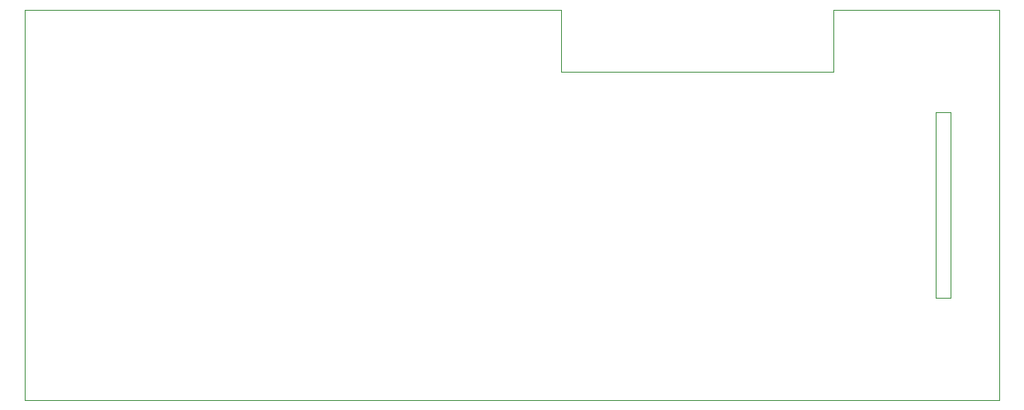
<source format=gbr>
G04 #@! TF.GenerationSoftware,KiCad,Pcbnew,(5.1.5)-3*
G04 #@! TF.CreationDate,2020-02-29T22:05:21+08:00*
G04 #@! TF.ProjectId,smartdisplay,736d6172-7464-4697-9370-6c61792e6b69,rev?*
G04 #@! TF.SameCoordinates,Original*
G04 #@! TF.FileFunction,Profile,NP*
%FSLAX46Y46*%
G04 Gerber Fmt 4.6, Leading zero omitted, Abs format (unit mm)*
G04 Created by KiCad (PCBNEW (5.1.5)-3) date 2020-02-29 22:05:21*
%MOMM*%
%LPD*%
G04 APERTURE LIST*
%ADD10C,0.100000*%
G04 APERTURE END LIST*
D10*
X200000000Y-60000000D02*
X183000000Y-60000000D01*
X155000000Y-60000000D02*
X153000000Y-60000000D01*
X183000000Y-66300000D02*
X183000000Y-60000000D01*
X155000000Y-66300000D02*
X183000000Y-66300000D01*
X155000000Y-60000000D02*
X155000000Y-66300000D01*
X153000000Y-60000000D02*
X100000000Y-60000000D01*
X100000000Y-94200000D02*
X100000000Y-65800000D01*
X195000000Y-70500000D02*
X193500000Y-70500000D01*
X195000000Y-89500000D02*
X195000000Y-70500000D01*
X193500000Y-89500000D02*
X195000000Y-89500000D01*
X193500000Y-70500000D02*
X193500000Y-89500000D01*
X100000000Y-100000000D02*
X100000000Y-94200000D01*
X100000000Y-60000000D02*
X100000000Y-65800000D01*
X200000000Y-100000000D02*
X200000000Y-60000000D01*
X100000000Y-100000000D02*
X200000000Y-100000000D01*
M02*

</source>
